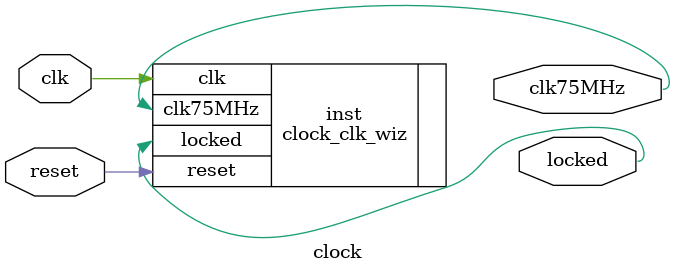
<source format=v>


`timescale 1ps/1ps

(* CORE_GENERATION_INFO = "clock,clk_wiz_v5_4_2_0,{component_name=clock,use_phase_alignment=true,use_min_o_jitter=false,use_max_i_jitter=false,use_dyn_phase_shift=false,use_inclk_switchover=false,use_dyn_reconfig=false,enable_axi=0,feedback_source=FDBK_AUTO,PRIMITIVE=MMCM,num_out_clk=1,clkin1_period=10.000,clkin2_period=10.000,use_power_down=false,use_reset=true,use_locked=true,use_inclk_stopped=false,feedback_type=SINGLE,CLOCK_MGR_TYPE=NA,manual_override=false}" *)

module clock 
 (
  // Clock out ports
  output        clk75MHz,
  // Status and control signals
  input         reset,
  output        locked,
 // Clock in ports
  input         clk
 );

  clock_clk_wiz inst
  (
  // Clock out ports  
  .clk75MHz(clk75MHz),
  // Status and control signals               
  .reset(reset), 
  .locked(locked),
 // Clock in ports
  .clk(clk)
  );

endmodule

</source>
